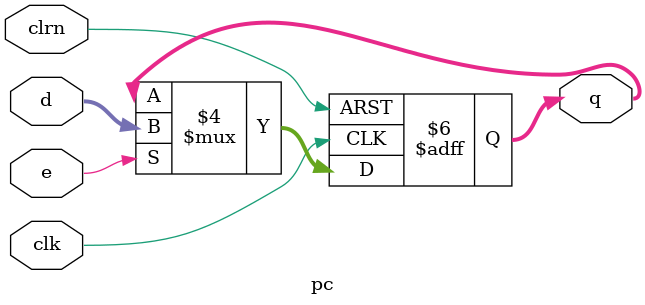
<source format=v>


module pc(clk,clrn,e,d,q);
input clk;    //clock
input clrn;   //
input e;      //
input [31:0] d;    //
output [31:0] q;   //
reg [31:0] q;
initial begin
q<=0;
end
always@(posedge clk or negedge clrn)
begin
if(!clrn)
begin
q<=0;
end
else if(e)
begin 
q<=d;
end
end
endmodule

</source>
